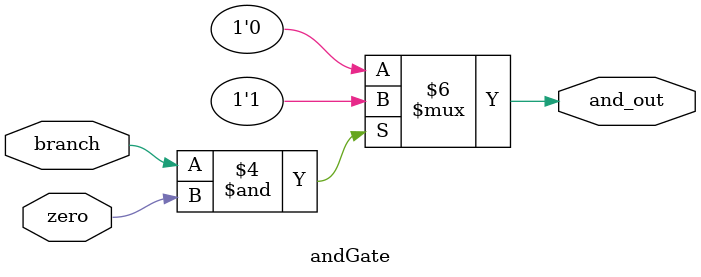
<source format=v>

/* andGate module: simple and gate with two inputs */
module andGate(input branch, input zero, output reg and_out);

always @(*)
begin

  and_out = 0; // set and_out, which controls the branch mux, to 0

  if((branch == 1) & (zero == 1))
    and_out = 1; // set mux to choose branch address if branch and zero are 1
end

endmodule

</source>
